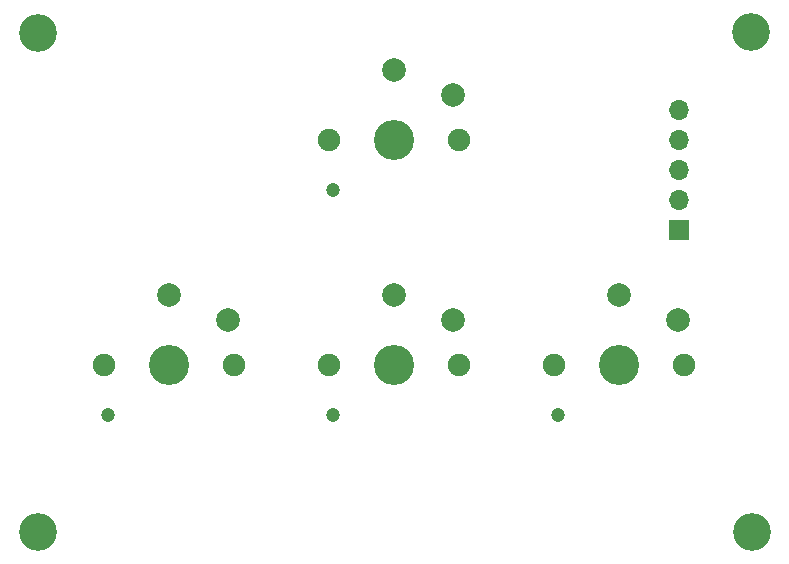
<source format=gbs>
G04 #@! TF.GenerationSoftware,KiCad,Pcbnew,6.0.11-2627ca5db0~126~ubuntu22.04.1*
G04 #@! TF.CreationDate,2023-03-31T14:28:34-07:00*
G04 #@! TF.ProjectId,arrow-cluster-choc,6172726f-772d-4636-9c75-737465722d63,rev?*
G04 #@! TF.SameCoordinates,Original*
G04 #@! TF.FileFunction,Soldermask,Bot*
G04 #@! TF.FilePolarity,Negative*
%FSLAX46Y46*%
G04 Gerber Fmt 4.6, Leading zero omitted, Abs format (unit mm)*
G04 Created by KiCad (PCBNEW 6.0.11-2627ca5db0~126~ubuntu22.04.1) date 2023-03-31 14:28:34*
%MOMM*%
%LPD*%
G01*
G04 APERTURE LIST*
%ADD10R,1.700000X1.700000*%
%ADD11O,1.700000X1.700000*%
%ADD12C,3.400000*%
%ADD13C,1.900000*%
%ADD14C,1.200000*%
%ADD15C,2.000000*%
%ADD16C,3.200000*%
G04 APERTURE END LIST*
D10*
X137400000Y-61000000D03*
D11*
X137400000Y-58460000D03*
X137400000Y-55920000D03*
X137400000Y-53380000D03*
X137400000Y-50840000D03*
D12*
X94234000Y-72390000D03*
D13*
X88734000Y-72390000D03*
X99734000Y-72390000D03*
D14*
X89014000Y-76590000D03*
D15*
X99234000Y-68590000D03*
X94234000Y-66490000D03*
D16*
X83100000Y-44304339D03*
D14*
X127114000Y-76590000D03*
D13*
X126834000Y-72390000D03*
X137834000Y-72390000D03*
D12*
X132334000Y-72390000D03*
D15*
X137334000Y-68590000D03*
X132334000Y-66490000D03*
D16*
X83100000Y-86500000D03*
D13*
X107784000Y-53340000D03*
X118784000Y-53340000D03*
D14*
X108064000Y-57540000D03*
D12*
X113284000Y-53340000D03*
D15*
X118284000Y-49540000D03*
X113284000Y-47440000D03*
D16*
X143500000Y-44200000D03*
D13*
X118784000Y-72390000D03*
D12*
X113284000Y-72390000D03*
D13*
X107784000Y-72390000D03*
D14*
X108064000Y-76590000D03*
D15*
X118284000Y-68590000D03*
X113284000Y-66490000D03*
D16*
X143563003Y-86500000D03*
M02*

</source>
